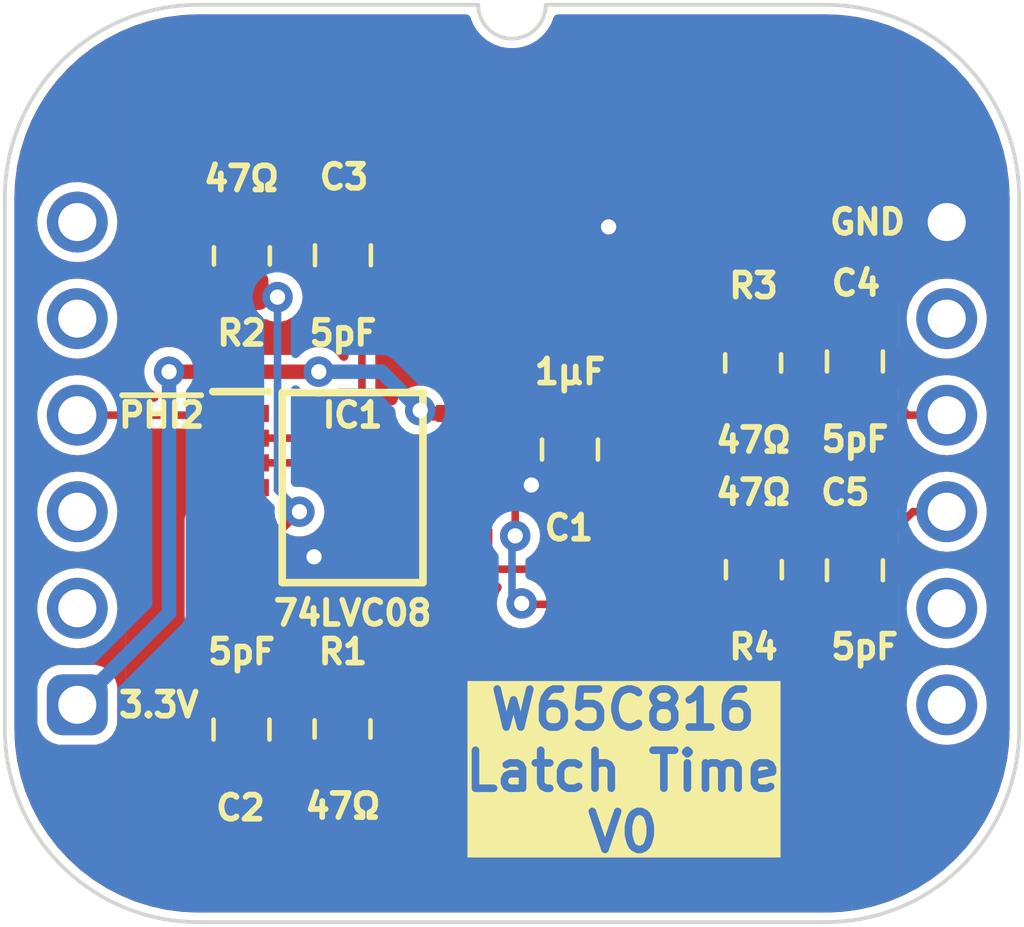
<source format=kicad_pcb>
(kicad_pcb (version 20240108) (generator "pcbnew") (generator_version "8.0")
  (title_block (title "MPU Timer") (date "2024-02-22") (rev "V1"))
  (layers (0 "F.Cu" signal) (31 "B.Cu" signal) (34 "B.Paste" user) (35 "F.Paste" user) (36 "B.SilkS" user "B.Silkscreen") (37 "F.SilkS" user "F.Silkscreen") (38 "B.Mask" user) (39 "F.Mask" user) (44 "Edge.Cuts" user))
  (net 0 "")
  (net 1 "GND")
  (net 2 "3.3V")
  (net 3 "/~{PHI2}_{2}")
  (net 4 "/~{PHI2}_{3}")
  (net 5 "/Bank Latch")
  (net 6 "/~{Trans Out}")
  (net 7 "Net-(IC1-3Y)")
  (net 8 "/~{PHI2}")
  (net 9 "Net-(IC1-4Y)")
  (net 10 "Net-(IC1-2Y)")
  (net 11 "Net-(IC1-1Y)")
  (footprint "SamacSys_Parts:R_0805" (layer "F.Cu") (at 106.68 67.564 180)
    (property "Reference" "R4" (at 0 -2.032 360) (layer "F.SilkS") (effects (font (size 0.635 0.635))))
    (property "Value" "47Ω" (at 0 2.032 360) (layer "F.SilkS") (effects (font (size 0.635 0.635))))
    (fp_line (start 0.725 0.227064) (end 0.725 -0.227064) (stroke (width 0.12)) (layer "F.SilkS"))
    (fp_line (start -0.745 0.227064) (end -0.745 -0.227064) (stroke (width 0.12)) (layer "F.SilkS"))
    (pad "1" smd roundrect (at -0.01 0.9125 270) (size 1.025 1.4) (layers "F.Cu" "F.Paste" "F.Mask") (roundrect_rratio 0.243902) (net 6 "/~{Trans Out}"))
    (pad "2" smd roundrect (at -0.01 -0.9125 270) (size 1.025 1.4) (layers "F.Cu" "F.Paste" "F.Mask") (roundrect_rratio 0.243902) (net 9 "Net-(IC1-4Y)"))
  )
  (footprint "SamacSys_Parts:C_0805" (layer "F.Cu") (at 93.218 71.755 180)
    (property "Reference" "C2" (at 0.026999 -2.075 0) (layer "F.SilkS") (effects (font (size 0.635 0.635))))
    (property "Value" "5pF" (at 0 2.032 0) (layer "F.SilkS") (effects (font (size 0.635 0.635))))
    (fp_line (start 0.735 0.245252) (end 0.735 -0.277252) (stroke (width 0.12)) (layer "F.SilkS"))
    (fp_line (start -0.735 0.245252) (end -0.735 -0.277252) (stroke (width 0.12)) (layer "F.SilkS"))
    (pad "1" smd roundrect (at 0 0.934 270) (size 1 1.45) (layers "F.Cu" "F.Paste" "F.Mask") (net 3 "/~{PHI2}_{2}"))
    (pad "2" smd roundrect (at 0 -0.966 270) (size 1 1.45) (layers "F.Cu" "F.Paste" "F.Mask") (net 1 "GND"))
  )
  (footprint "SamacSys_Parts:C_0805" (layer "F.Cu") (at 109.347 67.564 180)
    (property "Reference" "C5" (at 0.254 2.032 360) (layer "F.SilkS") (effects (font (size 0.635 0.635))))
    (property "Value" "5pF" (at -0.254 -2.032 360) (layer "F.SilkS") (effects (font (size 0.635 0.635))))
    (fp_line (start 0.735 0.245252) (end 0.735 -0.277252) (stroke (width 0.12)) (layer "F.SilkS"))
    (fp_line (start -0.735 0.245252) (end -0.735 -0.277252) (stroke (width 0.12)) (layer "F.SilkS"))
    (pad "1" smd roundrect (at 0 0.934 270) (size 1 1.45) (layers "F.Cu" "F.Paste" "F.Mask") (net 6 "/~{Trans Out}"))
    (pad "2" smd roundrect (at 0 -0.966 270) (size 1 1.45) (layers "F.Cu" "F.Paste" "F.Mask") (net 1 "GND"))
  )
  (footprint "SamacSys_Parts:R_0805" (layer "F.Cu") (at 93.218 59.309 180)
    (property "Reference" "R2" (at 0 -2.032 360) (layer "F.SilkS") (effects (font (size 0.635 0.635))))
    (property "Value" "47Ω" (at 0 2.032 360) (layer "F.SilkS") (effects (font (size 0.635 0.635))))
    (fp_line (start 0.725 0.227064) (end 0.725 -0.227064) (stroke (width 0.12)) (layer "F.SilkS"))
    (fp_line (start -0.745 0.227064) (end -0.745 -0.227064) (stroke (width 0.12)) (layer "F.SilkS"))
    (pad "1" smd roundrect (at -0.01 0.9125 270) (size 1.025 1.4) (layers "F.Cu" "F.Paste" "F.Mask") (roundrect_rratio 0.243902) (net 4 "/~{PHI2}_{3}"))
    (pad "2" smd roundrect (at -0.01 -0.9125 270) (size 1.025 1.4) (layers "F.Cu" "F.Paste" "F.Mask") (roundrect_rratio 0.243902) (net 10 "Net-(IC1-2Y)"))
  )
  (footprint "SamacSys_Parts:SOP65P640X110-14N" (layer "F.Cu") (at 96.139 65.405)
    (property "Reference" "IC1" (at 0 -1.905 0) (layer "F.SilkS") (effects (font (size 0.635 0.635))))
    (property "Value" "74LVC08APW,112" (hide yes))
    (fp_line (start -3.675 -2.525) (end -2.2 -2.525) (stroke (width 0.2)) (layer "F.SilkS"))
    (fp_line (start -1.85 -2.5) (end 1.85 -2.5) (stroke (width 0.2)) (layer "F.SilkS"))
    (fp_line (start -1.85 2.5) (end -1.85 -2.5) (stroke (width 0.2)) (layer "F.SilkS"))
    (fp_line (start 1.85 -2.5) (end 1.85 2.5) (stroke (width 0.2)) (layer "F.SilkS"))
    (fp_line (start 1.85 2.5) (end -1.85 2.5) (stroke (width 0.2)) (layer "F.SilkS"))
    (fp_text user "${Silkscreen}" (at 0 3.302 0) (layer "F.SilkS") (effects (font (size 0.635 0.635))))
    (pad "1" smd rect (at -2.938 -1.95 90) (size 0.45 1.475) (layers "F.Cu" "F.Paste" "F.Mask") (net 8 "/~{PHI2}"))
    (pad "2" smd rect (at -2.938 -1.3 90) (size 0.45 1.475) (layers "F.Cu" "F.Paste" "F.Mask") (net 8 "/~{PHI2}"))
    (pad "3" smd rect (at -2.938 -0.65 90) (size 0.45 1.475) (layers "F.Cu" "F.Paste" "F.Mask") (net 11 "Net-(IC1-1Y)"))
    (pad "4" smd rect (at -2.938 0 90) (size 0.45 1.475) (layers "F.Cu" "F.Paste" "F.Mask") (net 3 "/~{PHI2}_{2}"))
    (pad "5" smd rect (at -2.938 0.65 90) (size 0.45 1.475) (layers "F.Cu" "F.Paste" "F.Mask") (net 3 "/~{PHI2}_{2}"))
    (pad "6" smd rect (at -2.938 1.3 90) (size 0.45 1.475) (layers "F.Cu" "F.Paste" "F.Mask") (net 10 "Net-(IC1-2Y)"))
    (pad "7" smd rect (at -2.938 1.95 90) (size 0.45 1.475) (layers "F.Cu" "F.Paste" "F.Mask") (net 1 "GND"))
    (pad "8" smd rect (at 2.938 1.95 90) (size 0.45 1.475) (layers "F.Cu" "F.Paste" "F.Mask") (net 7 "Net-(IC1-3Y)"))
    (pad "9" smd rect (at 2.938 1.3 90) (size 0.45 1.475) (layers "F.Cu" "F.Paste" "F.Mask") (net 8 "/~{PHI2}"))
    (pad "10" smd rect (at 2.938 0.65 90) (size 0.45 1.475) (layers "F.Cu" "F.Paste" "F.Mask") (net 4 "/~{PHI2}_{3}"))
    (pad "11" smd rect (at 2.938 0 90) (size 0.45 1.475) (layers "F.Cu" "F.Paste" "F.Mask") (net 9 "Net-(IC1-4Y)"))
    (pad "12" smd rect (at 2.938 -0.65 90) (size 0.45 1.475) (layers "F.Cu" "F.Paste" "F.Mask") (net 4 "/~{PHI2}_{3}"))
    (pad "13" smd rect (at 2.938 -1.3 90) (size 0.45 1.475) (layers "F.Cu" "F.Paste" "F.Mask") (net 4 "/~{PHI2}_{3}"))
    (pad "14" smd rect (at 2.938 -1.95 90) (size 0.45 1.475) (layers "F.Cu" "F.Paste" "F.Mask") (net 2 "3.3V"))
  )
  (footprint "SamacSys_Parts:C_0805" (layer "F.Cu") (at 101.854 64.389 180)
    (property "Reference" "C1" (at 0.026999 -2.075 0) (layer "F.SilkS") (effects (font (size 0.635 0.635))))
    (property "Value" "1μF" (at 0 2.032 0) (layer "F.SilkS") (effects (font (size 0.635 0.635))))
    (fp_line (start 0.735 0.245252) (end 0.735 -0.277252) (stroke (width 0.12)) (layer "F.SilkS"))
    (fp_line (start -0.735 0.245252) (end -0.735 -0.277252) (stroke (width 0.12)) (layer "F.SilkS"))
    (pad "1" smd roundrect (at 0 0.934 270) (size 1 1.45) (layers "F.Cu" "F.Paste" "F.Mask") (net 2 "3.3V"))
    (pad "2" smd roundrect (at 0 -0.966 270) (size 1 1.45) (layers "F.Cu" "F.Paste" "F.Mask") (net 1 "GND"))
  )
  (footprint "SamacSys_Parts:R_0805" (layer "F.Cu") (at 106.68 62.1265)
    (property "Reference" "R3" (at 0 -2.032 180) (layer "F.SilkS") (effects (font (size 0.635 0.635))))
    (property "Value" "47Ω" (at 0 2.032 0) (layer "F.SilkS") (effects (font (size 0.635 0.635))))
    (fp_line (start -0.745 0.227064) (end -0.745 -0.227064) (stroke (width 0.12)) (layer "F.SilkS"))
    (fp_line (start 0.725 0.227064) (end 0.725 -0.227064) (stroke (width 0.12)) (layer "F.SilkS"))
    (pad "1" smd roundrect (at -0.01 0.9125 90) (size 1.025 1.4) (layers "F.Cu" "F.Paste" "F.Mask") (roundrect_rratio 0.243902) (net 5 "/Bank Latch"))
    (pad "2" smd roundrect (at -0.01 -0.9125 90) (size 1.025 1.4) (layers "F.Cu" "F.Paste" "F.Mask") (roundrect_rratio 0.243902) (net 7 "Net-(IC1-3Y)"))
  )
  (footprint "SamacSys_Parts:C_0805" (layer "F.Cu") (at 109.347 62.103)
    (property "Reference" "C4" (at 0.027 -2.075 180) (layer "F.SilkS") (effects (font (size 0.635 0.635))))
    (property "Value" "5pF" (at 0 2.032 0) (layer "F.SilkS") (effects (font (size 0.635 0.635))))
    (fp_line (start -0.735 0.245252) (end -0.735 -0.277252) (stroke (width 0.12)) (layer "F.SilkS"))
    (fp_line (start 0.735 0.245252) (end 0.735 -0.277252) (stroke (width 0.12)) (layer "F.SilkS"))
    (pad "1" smd roundrect (at 0 0.934 90) (size 1 1.45) (layers "F.Cu" "F.Paste" "F.Mask") (net 5 "/Bank Latch"))
    (pad "2" smd roundrect (at 0 -0.966 90) (size 1 1.45) (layers "F.Cu" "F.Paste" "F.Mask") (net 1 "GND"))
  )
  (footprint "SamacSys_Parts:C_0805" (layer "F.Cu") (at 95.885 59.309)
    (property "Reference" "C3" (at 0.027 -2.075 180) (layer "F.SilkS") (effects (font (size 0.635 0.635))))
    (property "Value" "5pF" (at 0 2.032 0) (layer "F.SilkS") (effects (font (size 0.635 0.635))))
    (fp_line (start -0.735 0.245252) (end -0.735 -0.277252) (stroke (width 0.12)) (layer "F.SilkS"))
    (fp_line (start 0.735 0.245252) (end 0.735 -0.277252) (stroke (width 0.12)) (layer "F.SilkS"))
    (pad "1" smd roundrect (at 0 0.934 90) (size 1 1.45) (layers "F.Cu" "F.Paste" "F.Mask") (net 4 "/~{PHI2}_{3}"))
    (pad "2" smd roundrect (at 0 -0.966 90) (size 1 1.45) (layers "F.Cu" "F.Paste" "F.Mask") (net 1 "GND"))
  )
  (footprint "SamacSys_Parts:R_0805" (layer "F.Cu") (at 95.885 71.755)
    (property "Reference" "R1" (at 0 -2.032 0) (layer "F.SilkS") (effects (font (size 0.635 0.635))))
    (property "Value" "47Ω" (at 0 2.032 0) (layer "F.SilkS") (effects (font (size 0.635 0.635))))
    (fp_line (start -0.745 0.227064) (end -0.745 -0.227064) (stroke (width 0.12)) (layer "F.SilkS"))
    (fp_line (start 0.725 0.227064) (end 0.725 -0.227064) (stroke (width 0.12)) (layer "F.SilkS"))
    (pad "1" smd roundrect (at -0.01 0.9125 90) (size 1.025 1.4) (layers "F.Cu" "F.Paste" "F.Mask") (roundrect_rratio 0.243902) (net 3 "/~{PHI2}_{2}"))
    (pad "2" smd roundrect (at -0.01 -0.9125 90) (size 1.025 1.4) (layers "F.Cu" "F.Paste" "F.Mask") (roundrect_rratio 0.243902) (net 11 "Net-(IC1-1Y)"))
  )
  (footprint "SamacSys_Parts:DIP-12_Board_W22.86mm_Alt" (layer "F.Cu") (at 88.9 58.42)
    (property "Reference" "J2" (hide yes))
    (property "Value" "Conn_02x06_Counter_Clockwise" (hide yes))
    (fp_line (start -1.905 -0.635) (end -1.905 13.335) (stroke (width 0.1)) (layer "Edge.Cuts"))
    (fp_line (start 10.541 -5.715) (end 3.175 -5.715) (stroke (width 0.1)) (layer "Edge.Cuts"))
    (fp_line (start 19.685 -5.715) (end 12.319 -5.715) (stroke (width 0.1)) (layer "Edge.Cuts"))
    (fp_line (start 19.685 18.415) (end 3.175 18.415) (stroke (width 0.1)) (layer "Edge.Cuts"))
    (fp_line (start 24.765 13.335) (end 24.765 -0.635) (stroke (width 0.1)) (layer "Edge.Cuts"))
    (fp_arc (start -1.905 -0.635) (mid -0.417102 -4.227102) (end 3.175 -5.715) (stroke (width 0.1)) (layer "Edge.Cuts"))
    (fp_arc (start 3.175 18.415) (mid -0.417102 16.927102) (end -1.905 13.335) (stroke (width 0.1)) (layer "Edge.Cuts"))
    (fp_arc (start 12.319 -5.715) (mid 11.43 -4.826) (end 10.541 -5.715) (stroke (width 0.1)) (layer "Edge.Cuts"))
    (fp_arc (start 19.685 -5.715) (mid 23.277102 -4.227102) (end 24.765 -0.635) (stroke (width 0.1)) (layer "Edge.Cuts"))
    (fp_arc (start 24.765 13.335) (mid 23.277102 16.927102) (end 19.685 18.415) (stroke (width 0.1)) (layer "Edge.Cuts"))
    (pad "1" thru_hole oval (at 0 0) (size 1.6 1.6) (drill 1) (layers "*.Cu" "*.Mask"))
    (pad "2" thru_hole oval (at 0 2.54) (size 1.6 1.6) (drill 1) (layers "*.Cu" "*.Mask"))
    (pad "3" thru_hole oval (at 0 5.08) (size 1.6 1.6) (drill 1) (layers "*.Cu" "*.Mask") (net 8 "/~{PHI2}"))
    (pad "4" thru_hole oval (at 0 7.62) (size 1.6 1.6) (drill 1) (layers "*.Cu" "*.Mask"))
    (pad "5" thru_hole oval (at 0 10.16) (size 1.6 1.6) (drill 1) (layers "*.Cu" "*.Mask"))
    (pad "6" thru_hole roundrect (at 0 12.7) (size 1.6 1.6) (drill 1) (layers "*.Cu" "*.Mask") (net 2 "3.3V"))
    (pad "7" thru_hole oval (at 22.86 12.7 180) (size 1.6 1.6) (drill 1) (layers "*.Cu" "*.Mask"))
    (pad "8" thru_hole oval (at 22.86 10.16 180) (size 1.6 1.6) (drill 1) (layers "*.Cu" "*.Mask"))
    (pad "9" thru_hole oval (at 22.86 7.62) (size 1.6 1.6) (drill 1) (layers "*.Cu" "*.Mask") (net 6 "/~{Trans Out}"))
    (pad "10" thru_hole oval (at 22.86 5.08) (size 1.6 1.6) (drill 1) (layers "*.Cu" "*.Mask") (net 5 "/Bank Latch"))
    (pad "11" thru_hole oval (at 22.86 2.54) (size 1.6 1.6) (drill 1) (layers "*.Cu" "*.Mask"))
    (pad "12" thru_hole rect (at 22.86 0) (size 1.6 1.6) (drill 1) (layers "*.Cu" "*.Mask") (net 1 "GND"))
  )
  (footprint "SamacSys_Parts:PinHeader_1x06_P2.54mm_Vertical" (layer "B.Cu") (at 111.76 58.42 180)
    (property "Reference" "J1" (hide yes))
    (property "Value" "Pin_Header_01x06")
  )
  (footprint "SamacSys_Parts:PinHeader_1x06_P2.54mm_Vertical" (layer "B.Cu") (at 88.9 58.42 180)
    (property "Reference" "J3" (hide yes))
    (property "Value" "Pin_Header_01x06")
  )
  (gr_text "3.3V" (at 89.916 71.12 0) (layer "F.SilkS") (effects (font (size 0.635 0.635)) (justify left)))
  (gr_text "GND" (at 110.744 58.42 0) (layer "F.SilkS") (effects (font (size 0.635 0.635)) (justify right)))
  (gr_text "~{PHI2}" (at 89.916 63.5 0) (layer "F.SilkS") (effects (font (size 0.635 0.635)) (justify left)))
  (gr_text "W65C816\nLatch Time\nV0" (at 103.251 75.057 0) (layer "F.SilkS" knockout) (effects (font (size 1 1) (thickness 0.2) (bold yes)) (justify bottom)))
  (segment (start 100.857215 65.355) (end 100.839252 65.337037) (width 0.38) (layer "F.Cu") (net 1))
  (segment (start 101.854 65.355) (end 100.857215 65.355) (width 0.38) (layer "F.Cu") (net 1))
  (segment (start 102.87 58.547) (end 107.696 58.547) (width 0.38) (layer "F.Cu") (net 1))
  (segment (start 111.125 58.42) (end 109.347 60.198) (width 0.38) (layer "F.Cu") (net 1))
  (segment (start 102.666 58.343) (end 95.885 58.343) (width 0.38) (layer "F.Cu") (net 1))
  (segment (start 102.87 58.547) (end 102.666 58.343) (width 0.38) (layer "F.Cu") (net 1))
  (segment (start 109.347 68.53) (end 104.307 73.57) (width 0.38) (layer "F.Cu") (net 1))
  (segment (start 109.347 60.198) (end 109.347 61.137) (width 0.38) (layer "F.Cu") (net 1))
  (segment (start 107.696 58.547) (end 109.347 60.198) (width 0.38) (layer "F.Cu") (net 1))
  (segment (start 111.76 58.42) (end 111.125 58.42) (width 0.38) (layer "F.Cu") (net 1))
  (segment (start 94.995944 67.355) (end 95.125 67.225944) (width 0.38) (layer "F.Cu") (net 1))
  (segment (start 94.067 73.57) (end 93.218 72.721) (width 0.38) (layer "F.Cu") (net 1))
  (segment (start 104.307 73.57) (end 94.067 73.57) (width 0.38) (layer "F.Cu") (net 1))
  (segment (start 93.201 67.355) (end 94.995944 67.355) (width 0.38) (layer "F.Cu") (net 1))
  (via (at 95.125 67.225944) (size 0.8) (drill 0.4) (layers "F.Cu" "B.Cu") (net 1))
  (via (at 102.87 58.547) (size 0.8) (drill 0.4) (layers "F.Cu" "B.Cu") (net 1))
  (via (at 100.839252 65.337037) (size 0.8) (drill 0.4) (layers "F.Cu" "B.Cu") (net 1))
  (segment (start 97.013907 65.337037) (end 95.125 67.225944) (width 0.38) (layer "B.Cu") (net 1))
  (segment (start 102.87 63.306289) (end 100.839252 65.337037) (width 0.38) (layer "B.Cu") (net 1))
  (segment (start 102.87 58.547) (end 102.87 63.306289) (width 0.38) (layer "B.Cu") (net 1))
  (segment (start 100.839252 65.337037) (end 97.013907 65.337037) (width 0.38) (layer "B.Cu") (net 1))
  (segment (start 91.313 62.357) (end 95.25 62.357) (width 0.38) (layer "F.Cu") (net 2))
  (segment (start 97.999 63.455) (end 97.917 63.373) (width 0.38) (layer "F.Cu") (net 2))
  (segment (start 100.412 63.455) (end 100.457 63.5) (width 0.38) (layer "F.Cu") (net 2))
  (segment (start 99.077 63.455) (end 97.999 63.455) (width 0.38) (layer "F.Cu") (net 2))
  (segment (start 100.457 63.5) (end 101.809 63.5) (width 0.38) (layer "F.Cu") (net 2))
  (segment (start 99.077 63.455) (end 100.412 63.455) (width 0.38) (layer "F.Cu") (net 2))
  (via (at 91.313 62.357) (size 0.8) (drill 0.4) (layers "F.Cu" "B.Cu") (net 2))
  (via (at 95.25 62.357) (size 0.8) (drill 0.4) (layers "F.Cu" "B.Cu") (net 2))
  (via (at 97.917 63.373) (size 0.8) (drill 0.4) (layers "F.Cu" "B.Cu") (net 2))
  (segment (start 96.901 62.357) (end 95.25 62.357) (width 0.38) (layer "B.Cu") (net 2))
  (segment (start 91.313 68.707) (end 91.313 62.357) (width 0.38) (layer "B.Cu") (net 2))
  (segment (start 88.9 71.12) (end 91.313 68.707) (width 0.38) (layer "B.Cu") (net 2))
  (segment (start 97.917 63.373) (end 96.901 62.357) (width 0.38) (layer "B.Cu") (net 2))
  (segment (start 92.9385 65.405) (end 92.075 66.2685) (width 0.2) (layer "F.Cu") (net 3))
  (segment (start 92.075 66.2685) (end 92.075 69.678) (width 0.2) (layer "F.Cu") (net 3))
  (segment (start 92.075 69.678) (end 93.218 70.821) (width 0.2) (layer "F.Cu") (net 3))
  (segment (start 94.0285 70.821) (end 95.875 72.6675) (width 0.2) (layer "F.Cu") (net 3))
  (segment (start 93.218 70.821) (end 94.0285 70.821) (width 0.2) (layer "F.Cu") (net 3))
  (segment (start 98.0395 65.93) (end 98.1645 66.055) (width 0.2) (layer "F.Cu") (net 4))
  (segment (start 96.384938 62.983938) (end 97.506 64.105) (width 0.2) (layer "F.Cu") (net 4))
  (segment (start 96.384938 60.742938) (end 96.384938 62.983938) (width 0.2) (layer "F.Cu") (net 4))
  (segment (start 99.077 64.755) (end 98.1395 64.755) (width 0.2) (layer "F.Cu") (net 4))
  (segment (start 99.077 64.105) (end 99.077 64.755) (width 0.2) (layer "F.Cu") (net 4))
  (segment (start 98.1395 64.755) (end 98.0395 64.855) (width 0.2) (layer "F.Cu") (net 4))
  (segment (start 95.885 60.243) (end 96.384938 60.742938) (width 0.2) (layer "F.Cu") (net 4))
  (segment (start 94.0385 58.3965) (end 95.885 60.243) (width 0.2) (layer "F.Cu") (net 4))
  (segment (start 98.0395 64.855) (end 98.0395 65.93) (width 0.2) (layer "F.Cu") (net 4))
  (segment (start 97.506 64.105) (end 99.077 64.105) (width 0.2) (layer "F.Cu") (net 4))
  (segment (start 93.228 58.3965) (end 94.0385 58.3965) (width 0.2) (layer "F.Cu") (net 4))
  (segment (start 98.1645 66.055) (end 99.077 66.055) (width 0.2) (layer "F.Cu") (net 4))
  (segment (start 106.67 63.039) (end 109.345 63.039) (width 0.2) (layer "F.Cu") (net 5))
  (segment (start 110.281 63.037) (end 110.744 63.5) (width 0.2) (layer "F.Cu") (net 5))
  (segment (start 110.744 63.5) (end 111.76 63.5) (width 0.2) (layer "F.Cu") (net 5))
  (segment (start 109.347 63.037) (end 110.281 63.037) (width 0.2) (layer "F.Cu") (net 5))
  (segment (start 110.281 66.63) (end 110.871 66.04) (width 0.2) (layer "F.Cu") (net 6))
  (segment (start 110.871 66.04) (end 111.76 66.04) (width 0.2) (layer "F.Cu") (net 6))
  (segment (start 106.69 66.6515) (end 109.3255 66.6515) (width 0.2) (layer "F.Cu") (net 6))
  (segment (start 109.347 66.63) (end 110.281 66.63) (width 0.2) (layer "F.Cu") (net 6))
  (segment (start 101.993 67.552) (end 105.156 64.389) (width 0.2) (layer "F.Cu") (net 7))
  (segment (start 105.156 62.728) (end 106.67 61.214) (width 0.2) (layer "F.Cu") (net 7))
  (segment (start 99.274 67.552) (end 101.993 67.552) (width 0.2) (layer "F.Cu") (net 7))
  (segment (start 105.156 64.389) (end 105.156 62.728) (width 0.2) (layer "F.Cu") (net 7))
  (segment (start 99.077 67.355) (end 99.274 67.552) (width 0.2) (layer "F.Cu") (net 7))
  (segment (start 98.1645 66.705) (end 99.077 66.705) (width 0.2) (layer "F.Cu") (net 8))
  (segment (start 93.201 64.105) (end 95.5645 64.105) (width 0.2) (layer "F.Cu") (net 8))
  (segment (start 95.5645 64.105) (end 98.1645 66.705) (width 0.2) (layer "F.Cu") (net 8))
  (segment (start 93.201 63.455) (end 93.201 64.105) (width 0.2) (layer "F.Cu") (net 8))
  (segment (start 88.9 63.5) (end 93.156 63.5) (width 0.2) (layer "F.Cu") (net 8))
  (segment (start 99.83399 65.405) (end 99.077 65.405) (width 0.2) (layer "F.Cu") (net 9))
  (segment (start 106.69 68.4765) (end 100.6075 68.4765) (width 0.2) (layer "F.Cu") (net 9))
  (segment (start 100.414502 66.675) (end 100.414502 65.985512) (width 0.2) (layer "F.Cu") (net 9))
  (segment (start 100.6075 68.4765) (end 100.584 68.453) (width 0.2) (layer "F.Cu") (net 9))
  (segment (start 100.414502 65.985512) (end 99.83399 65.405) (width 0.2) (layer "F.Cu") (net 9))
  (via (at 100.414502 66.675) (size 0.8) (drill 0.4) (layers "F.Cu" "B.Cu") (net 9))
  (via (at 100.584 68.453) (size 0.8) (drill 0.4) (layers "F.Cu" "B.Cu") (net 9))
  (segment (start 100.414502 66.675) (end 100.33 66.759502) (width 0.2) (layer "B.Cu") (net 9))
  (segment (start 100.33 66.759502) (end 100.33 68.199) (width 0.2) (layer "B.Cu") (net 9))
  (segment (start 100.33 68.199) (end 100.584 68.453) (width 0.2) (layer "B.Cu") (net 9))
  (segment (start 94.077 66.705) (end 94.742 66.04) (width 0.2) (layer "F.Cu") (net 10))
  (segment (start 93.201 66.705) (end 94.077 66.705) (width 0.2) (layer "F.Cu") (net 10))
  (segment (start 93.228 60.2215) (end 93.992338 60.2215) (width 0.2) (layer "F.Cu") (net 10))
  (segment (start 93.992338 60.2215) (end 94.164919 60.394081) (width 0.2) (layer "F.Cu") (net 10))
  (via (at 94.164919 60.394081) (size 0.8) (drill 0.4) (layers "F.Cu" "B.Cu") (net 10))
  (via (at 94.742 66.04) (size 0.8) (drill 0.4) (layers "F.Cu" "B.Cu") (net 10))
  (segment (start 94.164919 60.394081) (end 94.164919 65.462919) (width 0.2) (layer "B.Cu") (net 10))
  (segment (start 94.164919 65.462919) (end 94.742 66.04) (width 0.2) (layer "B.Cu") (net 10))
  (segment (start 94.771661 64.755) (end 93.201 64.755) (width 0.2) (layer "F.Cu") (net 11))
  (segment (start 95.875 70.8425) (end 95.875 65.858339) (width 0.2) (layer "F.Cu") (net 11))
  (segment (start 95.875 65.858339) (end 94.771661 64.755) (width 0.2) (layer "F.Cu") (net 11))
  (zone (net 1) (net_name "GND") (layers "F&B.Cu") (connect_pads yes (clearance 0.25)) (min_thickness 0.25) (fill yes (thermal_gap 0.5) (thermal_bridge_width 0.5) (island_removal_mode 2) (island_area_min 10))
    (polygon (pts (xy 110.49 52.578) (xy 113.792 52.578) (xy 113.792 76.962) (xy 110.49 76.962)))
  )
  (zone (net 1) (net_name "GND") (layers "F&B.Cu") (connect_pads yes (clearance 0.25)) (min_thickness 0.25) (fill yes (thermal_gap 0.5) (thermal_bridge_width 0.5) (island_removal_mode 2) (island_area_min 10))
    (polygon (pts (xy 86.868 52.578) (xy 90.17 52.578) (xy 90.17 76.962) (xy 86.868 76.962)))
  )
  (zone (net 1) (net_name "GND") (layers "F&B.Cu") (connect_pads (clearance 0.25)) (min_thickness 0.25) (fill yes (thermal_gap 0.5) (thermal_bridge_width 0.5) (island_removal_mode 2) (island_area_min 10))
    (polygon (pts (xy 90.17 52.578) (xy 110.49 52.578) (xy 110.49 76.962) (xy 90.17 76.962)))
  )
)
</source>
